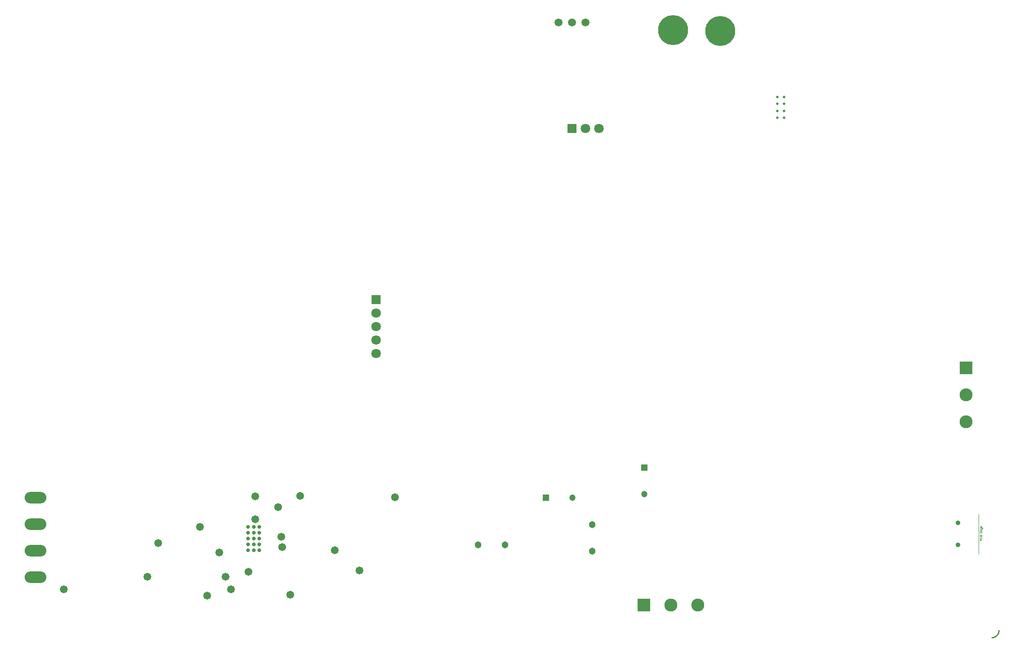
<source format=gbs>
G04*
G04 #@! TF.GenerationSoftware,Altium Limited,Altium Designer,23.1.1 (15)*
G04*
G04 Layer_Color=16711935*
%FSLAX25Y25*%
%MOIN*%
G70*
G04*
G04 #@! TF.SameCoordinates,EC016929-1199-40CF-B0C5-1E8161D31A68*
G04*
G04*
G04 #@! TF.FilePolarity,Negative*
G04*
G01*
G75*
%ADD18C,0.01000*%
%ADD20C,0.00394*%
%ADD21C,0.00200*%
%ADD128C,0.05900*%
%ADD129C,0.09658*%
%ADD130R,0.09658X0.09658*%
%ADD131C,0.05131*%
%ADD132R,0.04724X0.04724*%
%ADD133C,0.04724*%
%ADD134R,0.04724X0.04724*%
%ADD135R,0.09658X0.09658*%
%ADD136C,0.01981*%
%ADD137O,0.16154X0.08477*%
%ADD138C,0.03556*%
%ADD139C,0.22244*%
%ADD140R,0.07099X0.07099*%
%ADD141C,0.07099*%
%ADD142C,0.07099*%
%ADD143R,0.07099X0.07099*%
%ADD144C,0.05800*%
%ADD145C,0.02769*%
D18*
X846278Y2686D02*
G03*
X851500Y8000I-93J5314D01*
G01*
D20*
X836209Y65076D02*
Y94209D01*
D21*
X838006Y74918D02*
Y75604D01*
X837930Y75832D01*
X837854Y75908D01*
X837701Y75985D01*
X837473D01*
X837320Y75908D01*
X837244Y75832D01*
X837168Y75604D01*
Y74918D01*
X838768D01*
X837549Y77485D02*
X837397Y77409D01*
X837244Y77257D01*
X837168Y77104D01*
Y76800D01*
X837244Y76647D01*
X837397Y76495D01*
X837549Y76419D01*
X837778Y76343D01*
X838158D01*
X838387Y76419D01*
X838539Y76495D01*
X838692Y76647D01*
X838768Y76800D01*
Y77104D01*
X838692Y77257D01*
X838539Y77409D01*
X838387Y77485D01*
X837168Y77935D02*
X838768D01*
X837168D02*
Y78620D01*
X837244Y78849D01*
X837320Y78925D01*
X837473Y79001D01*
X837625D01*
X837778Y78925D01*
X837854Y78849D01*
X837930Y78620D01*
Y77935D02*
Y78620D01*
X838006Y78849D01*
X838082Y78925D01*
X838235Y79001D01*
X838463D01*
X838615Y78925D01*
X838692Y78849D01*
X838768Y78620D01*
Y77935D01*
X837168Y81606D02*
Y80616D01*
X838768D01*
Y81606D01*
X837930Y80616D02*
Y81225D01*
X837168Y82787D02*
X838768D01*
X837930D02*
X837778Y82635D01*
X837701Y82482D01*
Y82254D01*
X837778Y82101D01*
X837930Y81949D01*
X838158Y81873D01*
X838311D01*
X838539Y81949D01*
X838692Y82101D01*
X838768Y82254D01*
Y82482D01*
X838692Y82635D01*
X838539Y82787D01*
X837701Y84128D02*
X838920D01*
X839149Y84052D01*
X839225Y83975D01*
X839301Y83823D01*
Y83594D01*
X839225Y83442D01*
X837930Y84128D02*
X837778Y83975D01*
X837701Y83823D01*
Y83594D01*
X837778Y83442D01*
X837930Y83290D01*
X838158Y83214D01*
X838311D01*
X838539Y83290D01*
X838692Y83442D01*
X838768Y83594D01*
Y83823D01*
X838692Y83975D01*
X838539Y84128D01*
X838158Y84554D02*
Y85468D01*
X838006D01*
X837854Y85392D01*
X837778Y85316D01*
X837701Y85164D01*
Y84935D01*
X837778Y84783D01*
X837930Y84630D01*
X838158Y84554D01*
X838311D01*
X838539Y84630D01*
X838692Y84783D01*
X838768Y84935D01*
Y85164D01*
X838692Y85316D01*
X838539Y85468D01*
D128*
X544658Y459173D02*
D03*
X534657D02*
D03*
X524657D02*
D03*
D129*
X628000Y27000D02*
D03*
X608000D02*
D03*
X827000Y163000D02*
D03*
Y183000D02*
D03*
D130*
X588000Y27000D02*
D03*
D131*
X549500Y86500D02*
D03*
Y66815D02*
D03*
X465158Y71500D02*
D03*
X484842D02*
D03*
D132*
X515315Y106500D02*
D03*
D133*
X535000D02*
D03*
X588240Y109158D02*
D03*
D134*
Y128842D02*
D03*
D135*
X827000Y203000D02*
D03*
D136*
X692059Y388601D02*
D03*
X686941D02*
D03*
X692059Y393720D02*
D03*
X686941D02*
D03*
X692059Y398838D02*
D03*
X686941D02*
D03*
X692059Y403956D02*
D03*
X686941D02*
D03*
D137*
X136500Y67158D02*
D03*
Y86843D02*
D03*
Y106528D02*
D03*
Y47472D02*
D03*
D138*
X820854Y71473D02*
D03*
Y87812D02*
D03*
D139*
X644500Y453000D02*
D03*
X609500Y453500D02*
D03*
D140*
X534657Y380673D02*
D03*
D141*
X544658D02*
D03*
X554658D02*
D03*
D142*
X389283Y233646D02*
D03*
Y243646D02*
D03*
Y223646D02*
D03*
Y213646D02*
D03*
D143*
Y253646D02*
D03*
D144*
X319500Y70000D02*
D03*
X319000Y77500D02*
D03*
X316500Y99500D02*
D03*
X358500Y67500D02*
D03*
X299500Y107500D02*
D03*
Y90500D02*
D03*
X258500Y85000D02*
D03*
X325500Y34500D02*
D03*
X264000Y34000D02*
D03*
X294500Y51500D02*
D03*
X277500Y48000D02*
D03*
X157500Y38500D02*
D03*
X281500D02*
D03*
X377000Y52500D02*
D03*
X219500Y48000D02*
D03*
X273000Y66000D02*
D03*
X227500Y73000D02*
D03*
X333000Y108000D02*
D03*
X403277Y106860D02*
D03*
D145*
X294169Y84905D02*
D03*
X298500D02*
D03*
X302831D02*
D03*
X294169Y80575D02*
D03*
X298500D02*
D03*
X302831D02*
D03*
X294169Y76244D02*
D03*
X298500D02*
D03*
X302831D02*
D03*
X294169Y71913D02*
D03*
X298500D02*
D03*
X302831D02*
D03*
X294169Y67583D02*
D03*
X298500D02*
D03*
X302831D02*
D03*
M02*

</source>
